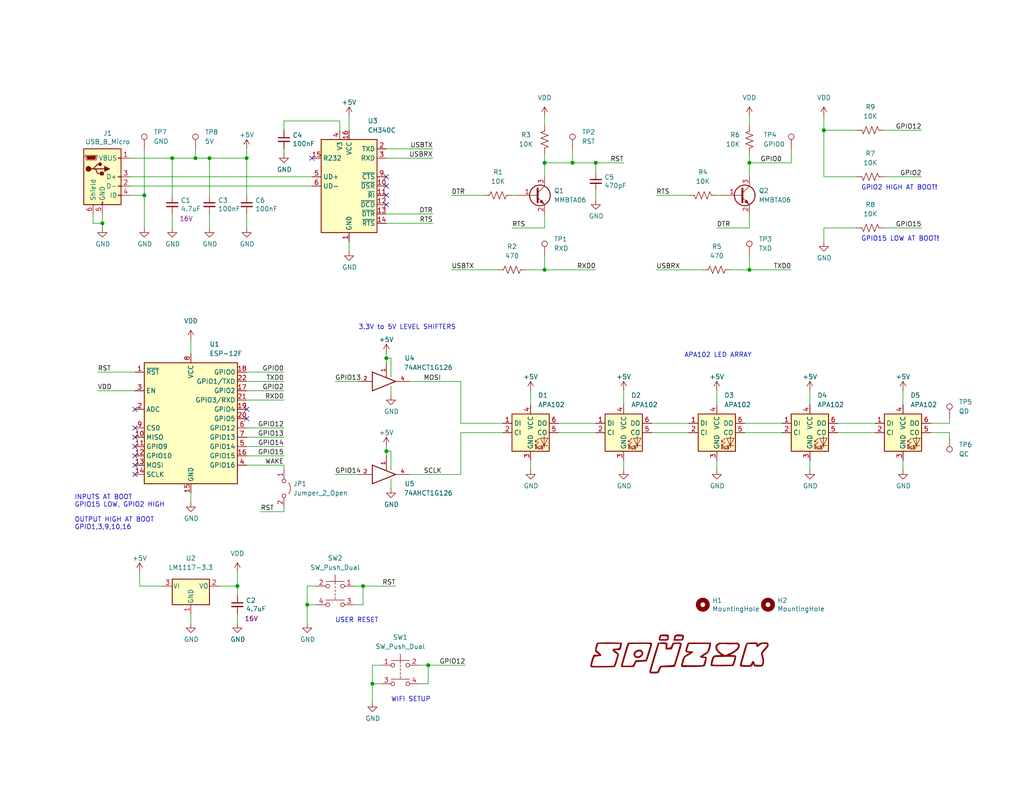
<source format=kicad_sch>
(kicad_sch (version 20211123) (generator eeschema)
  (paper "USLetter")
  (title_block (title "WiFi Lava Lamp APA102") (date "2022-12-16") (rev "1") (company "tomcircuit@gmail.com"))
  (lib_symbols
    (symbol "74xGxx:74AHCT1G126" (pin_names (offset 1.016))
      (property "Reference" "U" (at -2.54 3.81 0))
      (property "Value" "74AHCT1G126" (at 0 -3.81 0))
      (symbol "74AHCT1G126_1_1"
        (pin input line (at 0 5.08 270) (length 3.937) (name "~") (number "1"))
        (pin input line (at -7.62 0 0) (length 3.81) (name "~") (number "2"))
        (pin power_in line (at 1.27 -1.27 270) (length 0) hide (name "GND") (number "3"))
        (pin tri_state line (at 6.35 0 180) (length 3.81) (name "~") (number "4"))
        (pin power_in line (at 1.27 1.27 90) (length 0) hide (name "VCC") (number "5"))
      )
    )
    (symbol "Connector:TestPoint" (pin_numbers hide) (pin_names (offset 0.762) hide)
      (property "Reference" "TP" (at 0 6.858 0))
      (property "Value" "TestPoint" (at 0 5.08 0))
      (symbol "TestPoint_1_1"
        (pin passive line (at 0 0 90) (length 2.54) (name "1") (number "1"))
      )
    )
    (symbol "Connector:USB_B_Micro" (pin_names (offset 1.016))
      (property "Reference" "J" (at -5.08 11.43 0))
      (property "Value" "USB_B_Micro" (at -5.08 8.89 0))
      (symbol "USB_B_Micro_1_1"
        (pin power_out line (at 7.62 5.08 180) (length 2.54) (name "VBUS") (number "1"))
        (pin bidirectional line (at 7.62 -2.54 180) (length 2.54) (name "D-") (number "2"))
        (pin bidirectional line (at 7.62 0 180) (length 2.54) (name "D+") (number "3"))
        (pin passive line (at 7.62 -5.08 180) (length 2.54) (name "ID") (number "4"))
        (pin power_out line (at 0 -10.16 90) (length 2.54) (name "GND") (number "5"))
        (pin passive line (at -2.54 -10.16 90) (length 2.54) (name "Shield") (number "6"))
      )
    )
    (symbol "Device:C_Small" (pin_numbers hide) (pin_names (offset 0.254) hide)
      (property "Reference" "C" (at 0.254 1.778 0))
      (property "Value" "C_Small" (at 0.254 -2.032 0))
      (symbol "C_Small_1_1"
        (pin passive line (at 0 2.54 270) (length 2.032) (name "~") (number "1"))
        (pin passive line (at 0 -2.54 90) (length 2.032) (name "~") (number "2"))
      )
    )
    (symbol "Device:Q_NPN_BEC" (pin_names (offset 0) hide)
      (property "Reference" "Q" (at 5.08 1.27 0))
      (property "Value" "Q_NPN_BEC" (at 5.08 -1.27 0))
      (symbol "Q_NPN_BEC_1_1"
        (pin input line (at -5.08 0 0) (length 5.715) (name "B") (number "1"))
        (pin passive line (at 2.54 -5.08 90) (length 2.54) (name "E") (number "2"))
        (pin passive line (at 2.54 5.08 270) (length 2.54) (name "C") (number "3"))
      )
    )
    (symbol "Device:R_US" (pin_numbers hide) (pin_names (offset 0))
      (property "Reference" "R" (at 2.54 0 90))
      (property "Value" "R_US" (at -2.54 0 90))
      (symbol "R_US_1_1"
        (pin passive line (at 0 3.81 270) (length 1.27) (name "~") (number "1"))
        (pin passive line (at 0 -3.81 90) (length 1.27) (name "~") (number "2"))
      )
    )
    (symbol "Interface_USB:CH340C"
      (property "Reference" "U" (at -5.08 13.97 0))
      (property "Value" "CH340C" (at 1.27 13.97 0))
      (symbol "CH340C_1_1"
        (pin power_in line (at 0 -15.24 90) (length 2.54) (name "GND") (number "1"))
        (pin input line (at 10.16 0 180) (length 2.54) (name "~{DSR}") (number "10"))
        (pin input line (at 10.16 -2.54 180) (length 2.54) (name "~{RI}") (number "11"))
        (pin input line (at 10.16 -5.08 180) (length 2.54) (name "~{DCD}") (number "12"))
        (pin output line (at 10.16 -7.62 180) (length 2.54) (name "~{DTR}") (number "13"))
        (pin output line (at 10.16 -10.16 180) (length 2.54) (name "~{RTS}") (number "14"))
        (pin input line (at -10.16 7.62 0) (length 2.54) (name "R232") (number "15"))
        (pin power_in line (at 0 15.24 270) (length 2.54) (name "VCC") (number "16"))
        (pin output line (at 10.16 10.16 180) (length 2.54) (name "TXD") (number "2"))
        (pin input line (at 10.16 7.62 180) (length 2.54) (name "RXD") (number "3"))
        (pin passive line (at -2.54 15.24 270) (length 2.54) (name "V3") (number "4"))
        (pin bidirectional line (at -10.16 2.54 0) (length 2.54) (name "UD+") (number "5"))
        (pin bidirectional line (at -10.16 0 0) (length 2.54) (name "UD-") (number "6"))
        (pin no_connect line (at -7.62 -7.62 0) (length 2.54) hide (name "NC") (number "7"))
        (pin no_connect line (at -7.62 -10.16 0) (length 2.54) hide (name "NC") (number "8"))
        (pin input line (at 10.16 2.54 180) (length 2.54) (name "~{CTS}") (number "9"))
      )
    )
    (symbol "Jumper:Jumper_2_Open" (pin_names (offset 0) hide)
      (property "Reference" "JP" (at 0 2.794 0))
      (property "Value" "Jumper_2_Open" (at 0 -2.286 0))
      (symbol "Jumper_2_Open_1_1"
        (pin passive line (at -5.08 0 0) (length 2.54) (name "A") (number "1"))
        (pin passive line (at 5.08 0 180) (length 2.54) (name "B") (number "2"))
      )
    )
    (symbol "LED:APA102"
      (property "Reference" "D" (at 5.08 5.715 0))
      (property "Value" "APA102" (at 1.27 -5.715 0))
      (symbol "APA102_0_0"
        (text "RGB" (at 2.286 -4.191 0) (effects (font (size 0.762 0.762))))
      )
      (symbol "APA102_1_1"
        (pin input line (at -7.62 2.54 0) (length 2.54) (name "DI") (number "1"))
        (pin input line (at -7.62 0 0) (length 2.54) (name "CI") (number "2"))
        (pin power_in line (at 0 -7.62 90) (length 2.54) (name "GND") (number "3"))
        (pin power_in line (at 0 7.62 270) (length 2.54) (name "VCC") (number "4"))
        (pin output line (at 7.62 0 180) (length 2.54) (name "CO") (number "5"))
        (pin output line (at 7.62 2.54 180) (length 2.54) (name "DO") (number "6"))
      )
    )
    (symbol "Mechanical:MountingHole" (pin_names (offset 1.016))
      (property "Reference" "H" (at 0 5.08 0))
      (property "Value" "MountingHole" (at 0 3.175 0))
    )
    (symbol "RF_Module:ESP-12F"
      (property "Reference" "U" (at -12.7 19.05 0))
      (property "Value" "ESP-12F" (at 12.7 19.05 0))
      (symbol "ESP-12F_1_1"
        (pin input line (at -15.24 15.24 0) (length 2.54) (name "~{RST}") (number "1"))
        (pin bidirectional line (at -15.24 -2.54 0) (length 2.54) (name "MISO") (number "10"))
        (pin bidirectional line (at -15.24 -5.08 0) (length 2.54) (name "GPIO9") (number "11"))
        (pin bidirectional line (at -15.24 -7.62 0) (length 2.54) (name "GPIO10") (number "12"))
        (pin bidirectional line (at -15.24 -10.16 0) (length 2.54) (name "MOSI") (number "13"))
        (pin bidirectional line (at -15.24 -12.7 0) (length 2.54) (name "SCLK") (number "14"))
        (pin power_in line (at 0 -17.78 90) (length 2.54) (name "GND") (number "15"))
        (pin bidirectional line (at 15.24 -7.62 180) (length 2.54) (name "GPIO15") (number "16"))
        (pin bidirectional line (at 15.24 10.16 180) (length 2.54) (name "GPIO2") (number "17"))
        (pin bidirectional line (at 15.24 15.24 180) (length 2.54) (name "GPIO0") (number "18"))
        (pin bidirectional line (at 15.24 5.08 180) (length 2.54) (name "GPIO4") (number "19"))
        (pin input line (at -15.24 5.08 0) (length 2.54) (name "ADC") (number "2"))
        (pin bidirectional line (at 15.24 2.54 180) (length 2.54) (name "GPIO5") (number "20"))
        (pin bidirectional line (at 15.24 7.62 180) (length 2.54) (name "GPIO3/RXD") (number "21"))
        (pin bidirectional line (at 15.24 12.7 180) (length 2.54) (name "GPIO1/TXD") (number "22"))
        (pin input line (at -15.24 10.16 0) (length 2.54) (name "EN") (number "3"))
        (pin bidirectional line (at 15.24 -10.16 180) (length 2.54) (name "GPIO16") (number "4"))
        (pin bidirectional line (at 15.24 -5.08 180) (length 2.54) (name "GPIO14") (number "5"))
        (pin bidirectional line (at 15.24 0 180) (length 2.54) (name "GPIO12") (number "6"))
        (pin bidirectional line (at 15.24 -2.54 180) (length 2.54) (name "GPIO13") (number "7"))
        (pin power_in line (at 0 20.32 270) (length 2.54) (name "VCC") (number "8"))
        (pin input line (at -15.24 0 0) (length 2.54) (name "CS0") (number "9"))
      )
    )
    (symbol "Regulator_Linear:LM1117-3.3" (pin_names (offset 0.254))
      (property "Reference" "U" (at -3.81 3.175 0))
      (property "Value" "LM1117-3.3" (at 0 3.175 0))
      (symbol "LM1117-3.3_1_1"
        (pin power_in line (at 0 -7.62 90) (length 2.54) (name "GND") (number "1"))
        (pin power_out line (at 7.62 0 180) (length 2.54) (name "VO") (number "2"))
        (pin power_in line (at -7.62 0 0) (length 2.54) (name "VI") (number "3"))
      )
    )
    (symbol "Switch:SW_Push_Dual" (pin_names (offset 1.016) hide)
      (property "Reference" "SW" (at 1.27 2.54 0))
      (property "Value" "SW_Push_Dual" (at 0 -6.858 0))
      (symbol "SW_Push_Dual_0_1"
        (pin passive line (at -5.08 0 0) (length 2.54) (name "1") (number "1"))
        (pin passive line (at 5.08 0 180) (length 2.54) (name "2") (number "2"))
        (pin passive line (at -5.08 -5.08 0) (length 2.54) (name "3") (number "3"))
        (pin passive line (at 5.08 -5.08 180) (length 2.54) (name "4") (number "4"))
      )
    )
    (symbol "power:+5V" (power) (pin_names (offset 0))
      (property "Value" "+5V" (at 0 3.556 0))
      (symbol "+5V_1_1"
        (pin power_in line (at 0 0 90) (length 0) hide (name "+5V") (number "1"))
      )
    )
    (symbol "power:GND" (power) (pin_names (offset 0))
      (property "Value" "GND" (at 0 -3.81 0))
      (symbol "GND_1_1"
        (pin power_in line (at 0 0 270) (length 0) hide (name "GND") (number "1"))
      )
    )
    (symbol "power:VDD" (power) (pin_names (offset 0))
      (property "Value" "VDD" (at 0 3.81 0))
      (symbol "VDD_1_1"
        (pin power_in line (at 0 0 90) (length 0) hide (name "VDD") (number "1"))
      )
    )
    (symbol "spuzik_logo:LOGO" (pin_names (offset 1.016)))
  )
  (junction (at 64.77 160.02))
  (junction (at 148.59 73.66))
  (junction (at 148.59 44.45))
  (junction (at 204.47 44.45))
  (junction (at 27.94 60.96))
  (junction (at 105.41 123.19))
  (junction (at 224.79 35.56))
  (junction (at 116.84 181.61))
  (junction (at 99.06 160.02))
  (junction (at 39.37 53.34))
  (junction (at 204.47 73.66))
  (junction (at 83.82 165.1))
  (junction (at 156.21 44.45))
  (junction (at 53.34 43.18))
  (junction (at 67.31 43.18))
  (junction (at 57.15 43.18))
  (junction (at 162.56 44.45))
  (junction (at 46.99 43.18))
  (junction (at 101.6 186.69))
  (junction (at 105.41 97.79))
  (no_connect (at 36.83 111.76))
  (no_connect (at 67.31 111.76))
  (no_connect (at 105.41 55.88))
  (no_connect (at 105.41 48.26))
  (no_connect (at 105.41 50.8))
  (no_connect (at 105.41 53.34))
  (no_connect (at 67.31 114.3))
  (no_connect (at 85.09 43.18))
  (no_connect (at 36.83 116.84))
  (no_connect (at 36.83 119.38))
  (no_connect (at 36.83 127))
  (no_connect (at 36.83 129.54))
  (no_connect (at 36.83 121.92))
  (no_connect (at 36.83 124.46))
  (wire (pts (xy 204.47 41.91) (xy 204.47 44.45)))
  (wire (pts (xy 25.4 58.42) (xy 25.4 60.96)))
  (wire (pts (xy 26.67 106.68) (xy 36.83 106.68)))
  (wire (pts (xy 203.2 118.11) (xy 213.36 118.11)))
  (wire (pts (xy 57.15 43.18) (xy 57.15 53.34)))
  (wire (pts (xy 105.41 40.64) (xy 118.11 40.64)))
  (wire (pts (xy 105.41 97.79) (xy 105.41 99.06)))
  (wire (pts (xy 220.98 106.68) (xy 220.98 110.49)))
  (wire (pts (xy 195.58 53.34) (xy 196.85 53.34)))
  (wire (pts (xy 35.56 53.34) (xy 39.37 53.34)))
  (wire (pts (xy 96.52 160.02) (xy 99.06 160.02)))
  (wire (pts (xy 228.6 115.57) (xy 238.76 115.57)))
  (wire (pts (xy 148.59 44.45) (xy 156.21 44.45)))
  (wire (pts (xy 204.47 44.45) (xy 215.9 44.45)))
  (wire (pts (xy 95.25 31.75) (xy 95.25 35.56)))
  (wire (pts (xy 148.59 69.85) (xy 148.59 73.66)))
  (wire (pts (xy 67.31 43.18) (xy 57.15 43.18)))
  (wire (pts (xy 95.25 66.04) (xy 95.25 68.58)))
  (wire (pts (xy 39.37 62.23) (xy 39.37 53.34)))
  (wire (pts (xy 224.79 62.23) (xy 233.68 62.23)))
  (wire (pts (xy 35.56 48.26) (xy 85.09 48.26)))
  (wire (pts (xy 224.79 48.26) (xy 233.68 48.26)))
  (wire (pts (xy 67.31 116.84) (xy 77.47 116.84)))
  (wire (pts (xy 64.77 160.02) (xy 64.77 162.56)))
  (wire (pts (xy 246.38 106.68) (xy 246.38 110.49)))
  (wire (pts (xy 57.15 58.42) (xy 57.15 62.23)))
  (wire (pts (xy 111.76 129.54) (xy 125.73 129.54)))
  (wire (pts (xy 52.07 167.64) (xy 52.07 170.18)))
  (wire (pts (xy 46.99 58.42) (xy 46.99 62.23)))
  (wire (pts (xy 204.47 73.66) (xy 215.9 73.66)))
  (wire (pts (xy 170.18 106.68) (xy 170.18 110.49)))
  (wire (pts (xy 77.47 40.64) (xy 77.47 41.91)))
  (wire (pts (xy 179.07 53.34) (xy 187.96 53.34)))
  (wire (pts (xy 91.44 104.14) (xy 97.79 104.14)))
  (wire (pts (xy 224.79 31.75) (xy 224.79 35.56)))
  (wire (pts (xy 246.38 125.73) (xy 246.38 128.27)))
  (wire (pts (xy 27.94 60.96) (xy 27.94 58.42)))
  (wire (pts (xy 156.21 44.45) (xy 162.56 44.45)))
  (wire (pts (xy 77.47 139.7) (xy 77.47 138.43)))
  (wire (pts (xy 224.79 62.23) (xy 224.79 66.04)))
  (wire (pts (xy 59.69 160.02) (xy 64.77 160.02)))
  (wire (pts (xy 25.4 60.96) (xy 27.94 60.96)))
  (wire (pts (xy 52.07 134.62) (xy 52.07 137.16)))
  (wire (pts (xy 67.31 106.68) (xy 77.47 106.68)))
  (wire (pts (xy 114.3 186.69) (xy 116.84 186.69)))
  (wire (pts (xy 111.76 104.14) (xy 125.73 104.14)))
  (wire (pts (xy 254 118.11) (xy 259.08 118.11)))
  (wire (pts (xy 83.82 160.02) (xy 86.36 160.02)))
  (wire (pts (xy 203.2 115.57) (xy 213.36 115.57)))
  (wire (pts (xy 83.82 160.02) (xy 83.82 165.1)))
  (wire (pts (xy 64.77 156.21) (xy 64.77 160.02)))
  (wire (pts (xy 38.1 156.21) (xy 38.1 160.02)))
  (wire (pts (xy 99.06 160.02) (xy 107.95 160.02)))
  (wire (pts (xy 195.58 106.68) (xy 195.58 110.49)))
  (wire (pts (xy 105.41 96.52) (xy 105.41 97.79)))
  (wire (pts (xy 83.82 165.1) (xy 83.82 170.18)))
  (wire (pts (xy 199.39 73.66) (xy 204.47 73.66)))
  (wire (pts (xy 105.41 60.96) (xy 118.11 60.96)))
  (wire (pts (xy 105.41 123.19) (xy 105.41 124.46)))
  (wire (pts (xy 39.37 40.64) (xy 39.37 53.34)))
  (wire (pts (xy 67.31 104.14) (xy 77.47 104.14)))
  (wire (pts (xy 139.7 62.23) (xy 148.59 62.23)))
  (wire (pts (xy 105.41 43.18) (xy 118.11 43.18)))
  (wire (pts (xy 77.47 127) (xy 77.47 128.27)))
  (wire (pts (xy 53.34 40.64) (xy 53.34 43.18)))
  (wire (pts (xy 67.31 127) (xy 77.47 127)))
  (wire (pts (xy 144.78 106.68) (xy 144.78 110.49)))
  (wire (pts (xy 105.41 97.79) (xy 106.68 97.79)))
  (wire (pts (xy 259.08 115.57) (xy 259.08 114.3)))
  (wire (pts (xy 162.56 52.07) (xy 162.56 54.61)))
  (wire (pts (xy 204.47 44.45) (xy 204.47 48.26)))
  (wire (pts (xy 125.73 115.57) (xy 137.16 115.57)))
  (wire (pts (xy 96.52 165.1) (xy 99.06 165.1)))
  (wire (pts (xy 162.56 44.45) (xy 170.18 44.45)))
  (wire (pts (xy 106.68 130.81) (xy 106.68 133.35)))
  (wire (pts (xy 177.8 118.11) (xy 187.96 118.11)))
  (wire (pts (xy 106.68 105.41) (xy 106.68 107.95)))
  (wire (pts (xy 148.59 73.66) (xy 162.56 73.66)))
  (wire (pts (xy 148.59 41.91) (xy 148.59 44.45)))
  (wire (pts (xy 148.59 58.42) (xy 148.59 62.23)))
  (wire (pts (xy 116.84 186.69) (xy 116.84 181.61)))
  (wire (pts (xy 139.7 53.34) (xy 140.97 53.34)))
  (wire (pts (xy 254 115.57) (xy 259.08 115.57)))
  (wire (pts (xy 156.21 40.64) (xy 156.21 44.45)))
  (wire (pts (xy 177.8 115.57) (xy 187.96 115.57)))
  (wire (pts (xy 92.71 33.02) (xy 92.71 35.56)))
  (wire (pts (xy 228.6 118.11) (xy 238.76 118.11)))
  (wire (pts (xy 220.98 125.73) (xy 220.98 128.27)))
  (wire (pts (xy 67.31 40.64) (xy 67.31 43.18)))
  (wire (pts (xy 106.68 123.19) (xy 106.68 128.27)))
  (wire (pts (xy 105.41 121.92) (xy 105.41 123.19)))
  (wire (pts (xy 241.3 62.23) (xy 251.46 62.23)))
  (wire (pts (xy 106.68 97.79) (xy 106.68 102.87)))
  (wire (pts (xy 64.77 167.64) (xy 64.77 170.18)))
  (wire (pts (xy 67.31 101.6) (xy 77.47 101.6)))
  (wire (pts (xy 67.31 43.18) (xy 67.31 53.34)))
  (wire (pts (xy 114.3 181.61) (xy 116.84 181.61)))
  (wire (pts (xy 204.47 58.42) (xy 204.47 62.23)))
  (wire (pts (xy 91.44 129.54) (xy 97.79 129.54)))
  (wire (pts (xy 71.12 139.7) (xy 77.47 139.7)))
  (wire (pts (xy 46.99 43.18) (xy 46.99 53.34)))
  (wire (pts (xy 195.58 125.73) (xy 195.58 128.27)))
  (wire (pts (xy 35.56 43.18) (xy 46.99 43.18)))
  (wire (pts (xy 123.19 73.66) (xy 135.89 73.66)))
  (wire (pts (xy 125.73 118.11) (xy 137.16 118.11)))
  (wire (pts (xy 99.06 165.1) (xy 99.06 160.02)))
  (wire (pts (xy 148.59 44.45) (xy 148.59 48.26)))
  (wire (pts (xy 125.73 115.57) (xy 125.73 104.14)))
  (wire (pts (xy 67.31 109.22) (xy 77.47 109.22)))
  (wire (pts (xy 101.6 181.61) (xy 101.6 186.69)))
  (wire (pts (xy 35.56 50.8) (xy 85.09 50.8)))
  (wire (pts (xy 44.45 160.02) (xy 38.1 160.02)))
  (wire (pts (xy 67.31 119.38) (xy 77.47 119.38)))
  (wire (pts (xy 101.6 181.61) (xy 104.14 181.61)))
  (wire (pts (xy 241.3 48.26) (xy 251.46 48.26)))
  (wire (pts (xy 77.47 33.02) (xy 92.71 33.02)))
  (wire (pts (xy 101.6 186.69) (xy 104.14 186.69)))
  (wire (pts (xy 259.08 118.11) (xy 259.08 119.38)))
  (wire (pts (xy 152.4 115.57) (xy 162.56 115.57)))
  (wire (pts (xy 46.99 43.18) (xy 53.34 43.18)))
  (wire (pts (xy 27.94 60.96) (xy 27.94 62.23)))
  (wire (pts (xy 67.31 58.42) (xy 67.31 62.23)))
  (wire (pts (xy 83.82 165.1) (xy 86.36 165.1)))
  (wire (pts (xy 179.07 73.66) (xy 191.77 73.66)))
  (wire (pts (xy 105.41 58.42) (xy 118.11 58.42)))
  (wire (pts (xy 162.56 44.45) (xy 162.56 46.99)))
  (wire (pts (xy 241.3 35.56) (xy 251.46 35.56)))
  (wire (pts (xy 77.47 33.02) (xy 77.47 35.56)))
  (wire (pts (xy 105.41 123.19) (xy 106.68 123.19)))
  (wire (pts (xy 67.31 121.92) (xy 77.47 121.92)))
  (wire (pts (xy 67.31 124.46) (xy 77.47 124.46)))
  (wire (pts (xy 204.47 69.85) (xy 204.47 73.66)))
  (wire (pts (xy 123.19 53.34) (xy 132.08 53.34)))
  (wire (pts (xy 170.18 125.73) (xy 170.18 128.27)))
  (wire (pts (xy 101.6 186.69) (xy 101.6 191.77)))
  (wire (pts (xy 26.67 101.6) (xy 36.83 101.6)))
  (wire (pts (xy 53.34 43.18) (xy 57.15 43.18)))
  (wire (pts (xy 195.58 62.23) (xy 204.47 62.23)))
  (wire (pts (xy 152.4 118.11) (xy 162.56 118.11)))
  (wire (pts (xy 224.79 35.56) (xy 233.68 35.56)))
  (wire (pts (xy 52.07 92.71) (xy 52.07 96.52)))
  (wire (pts (xy 144.78 125.73) (xy 144.78 128.27)))
  (wire (pts (xy 204.47 31.75) (xy 204.47 34.29)))
  (wire (pts (xy 125.73 118.11) (xy 125.73 129.54)))
  (wire (pts (xy 215.9 40.64) (xy 215.9 44.45)))
  (wire (pts (xy 224.79 35.56) (xy 224.79 48.26)))
  (wire (pts (xy 148.59 31.75) (xy 148.59 34.29)))
  (wire (pts (xy 143.51 73.66) (xy 148.59 73.66)))
  (wire (pts (xy 116.84 181.61) (xy 127 181.61)))
  (text "INPUTS AT BOOT\nGPIO15 LOW, GPIO2 HIGH\n\nOUTPUT HIGH AT BOOT\nGPIO1,3,9,10,16\n" (at 20.32 144.78 0) (effects (font (size 1.27 1.27)) (justify left bottom)))
  (text "USER RESET" (at 91.44 170.18 0) (effects (font (size 1.27 1.27)) (justify left bottom)))
  (text "GPIO2 HIGH AT BOOT!" (at 234.95 52.07 0) (effects (font (size 1.27 1.27)) (justify left bottom)))
  (text "3.3V to 5V LEVEL SHIFTERS" (at 97.79 90.17 0) (effects (font (size 1.27 1.27)) (justify left bottom)))
  (text "GPIO15 LOW AT BOOT!" (at 234.95 66.04 0) (effects (font (size 1.27 1.27)) (justify left bottom)))
  (text "WIFI SETUP" (at 106.68 191.77 0) (effects (font (size 1.27 1.27)) (justify left bottom)))
  (text "APA102 LED ARRAY" (at 186.69 97.79 0) (effects (font (size 1.27 1.27)) (justify left bottom)))
  (label "RTS" (at 118.11 60.96 180))
  (label "GPIO13" (at 77.47 119.38 180))
  (label "VDD" (at 26.67 106.68 0))
  (label "DTR" (at 118.11 58.42 180))
  (label "RST" (at 26.67 101.6 0))
  (label "GPIO14" (at 77.47 121.92 180))
  (label "RXD0" (at 162.56 73.66 180))
  (label "MOSI" (at 115.57 104.14 0))
  (label "RST" (at 170.18 44.45 180))
  (label "DTR" (at 123.19 53.34 0))
  (label "GPIO12" (at 127 181.61 180))
  (label "GPIO13" (at 91.44 104.14 0))
  (label "WAKE" (at 77.47 127 180))
  (label "RST" (at 107.95 160.02 180))
  (label "TXD0" (at 77.47 104.14 180))
  (label "TXD0" (at 215.9 73.66 180))
  (label "GPIO15" (at 77.47 124.46 180))
  (label "USBRX" (at 118.11 43.18 180))
  (label "RST" (at 71.12 139.7 0))
  (label "RTS" (at 139.7 62.23 0))
  (label "GPIO2" (at 77.47 106.68 180))
  (label "GPIO0" (at 213.36 44.45 180))
  (label "GPIO14" (at 91.44 129.54 0))
  (label "GPIO12" (at 251.46 35.56 180))
  (label "RTS" (at 179.07 53.34 0))
  (label "RXD0" (at 77.47 109.22 180))
  (label "USBTX" (at 123.19 73.66 0))
  (label "GPIO15" (at 251.46 62.23 180))
  (label "GPIO12" (at 77.47 116.84 180))
  (label "GPIO0" (at 77.47 101.6 180))
  (label "GPIO2" (at 251.46 48.26 180))
  (label "SCLK" (at 115.57 129.54 0))
  (label "USBRX" (at 179.07 73.66 0))
  (label "DTR" (at 195.58 62.23 0))
  (label "USBTX" (at 118.11 40.64 180))
  (symbol (lib_id "Connector:USB_B_Micro") (at 27.94 48.26 0) (unit 1)
    (property "Reference" "J1" (at 29.3878 36.3982 0))
    (property "Value" "USB_B_Micro" (at 29.3878 38.7096 0))
    (property "Footprint" "Connector_USB:USB_Micro-B_Molex-105017-0001" (effects hide))
    (property "MPN" "Molex 105017001" (effects hide))
    (property "DigiKey" "WM10134CT-ND" (effects hide))
  )
  (symbol (lib_id "power:GND") (at 46.99 62.23 0) (unit 1)
    (property "Reference" "#PWR02" (effects hide))
    (property "Value" "GND" (at 47.117 66.6242 0))
  )
  (symbol (lib_id "Device:C_Small") (at 46.99 55.88 0) (unit 1)
    (property "Reference" "C1" (at 49.3268 54.7116 0) (effects (justify left)))
    (property "Value" "4.7uF" (at 49.3268 57.023 0) (effects (justify left)))
    (property "Footprint" "Capacitor_SMD:C_0805_2012Metric_Pad1.18x1.45mm_HandSolder" (effects hide))
    (property "WVDC" "16V" (at 50.8 59.69 0))
    (property "MPN" "MuRata GRM21BR71C475KE51L" (effects hide))
    (property "DigiKey" "490-14466-1-ND" (effects hide))
  )
  (symbol (lib_id "power:GND") (at 27.94 62.23 0) (unit 1)
    (property "Reference" "#PWR01" (effects hide))
    (property "Value" "GND" (at 28.067 66.6242 0))
  )
  (symbol (lib_id "Mechanical:MountingHole") (at 191.77 165.1 0) (unit 1)
    (property "Reference" "H1" (at 194.31 163.9316 0) (effects (justify left)))
    (property "Value" "MountingHole" (at 194.31 166.243 0) (effects (justify left)))
    (property "Footprint" "MountingHole:MountingHole_3.2mm_M3" (effects hide))
  )
  (symbol (lib_id "Mechanical:MountingHole") (at 209.55 165.1 0) (unit 1)
    (property "Reference" "H2" (at 212.09 163.9316 0) (effects (justify left)))
    (property "Value" "MountingHole" (at 212.09 166.243 0) (effects (justify left)))
    (property "Footprint" "MountingHole:MountingHole_3.2mm_M3" (effects hide))
  )
  (symbol (lib_id "power:+5V") (at 246.38 106.68 0) (unit 1)
    (property "Reference" "#PWR034" (effects hide))
    (property "Value" "+5V" (at 246.38 102.87 0))
  )
  (symbol (lib_id "spuzik_logo:LOGO") (at 185.42 177.8 0) (unit 1)
    (property "Reference" "#G?" (effects hide))
    (property "Value" "LOGO" (effects hide))
  )
  (symbol (lib_id "Device:R_US") (at 135.89 53.34 90) (unit 1)
    (property "Reference" "R1" (at 135.89 46.99 90))
    (property "Value" "10K" (at 135.89 49.53 90))
    (property "Footprint" "Resistor_SMD:R_0805_2012Metric_Pad1.20x1.40mm_HandSolder" (effects hide))
  )
  (symbol (lib_id "power:GND") (at 220.98 128.27 0) (unit 1)
    (property "Reference" "#PWR031" (effects hide))
    (property "Value" "GND" (at 221.107 132.6642 0))
  )
  (symbol (lib_id "power:+5V") (at 95.25 31.75 0) (unit 1)
    (property "Reference" "#PWR014" (effects hide))
    (property "Value" "+5V" (at 95.25 27.94 0))
  )
  (symbol (lib_id "Device:R_US") (at 237.49 62.23 90) (mirror x) (unit 1)
    (property "Reference" "R8" (at 237.49 55.88 90))
    (property "Value" "10K" (at 237.49 58.42 90))
    (property "Footprint" "Resistor_SMD:R_0805_2012Metric_Pad1.20x1.40mm_HandSolder" (effects hide))
  )
  (symbol (lib_id "power:GND") (at 67.31 62.23 0) (unit 1)
    (property "Reference" "#PWR036" (effects hide))
    (property "Value" "GND" (at 67.437 66.6242 0))
  )
  (symbol (lib_id "Device:C_Small") (at 57.15 55.88 0) (unit 1)
    (property "Reference" "C3" (at 59.4868 54.7116 0) (effects (justify left)))
    (property "Value" "100nF" (at 59.4868 57.023 0) (effects (justify left)))
    (property "Footprint" "Capacitor_SMD:C_0805_2012Metric_Pad1.18x1.45mm_HandSolder" (effects hide))
    (property "MPN" "MuRata GRM21BR71C475KE51L" (effects hide))
    (property "DigiKey" "490-14466-1-ND" (effects hide))
  )
  (symbol (lib_id "power:+5V") (at 170.18 106.68 0) (unit 1)
    (property "Reference" "#PWR025" (effects hide))
    (property "Value" "+5V" (at 170.18 102.87 0))
  )
  (symbol (lib_id "power:GND") (at 52.07 170.18 0) (unit 1)
    (property "Reference" "#PWR07" (effects hide))
    (property "Value" "GND" (at 52.197 174.5742 0))
  )
  (symbol (lib_id "LED:APA102") (at 220.98 118.11 0) (unit 1)
    (property "Reference" "D4" (at 222.9994 107.95 0) (effects (justify left)))
    (property "Value" "APA102" (at 222.9994 110.49 0) (effects (justify left)))
    (property "Footprint" "LED_SMD:LED_RGB_5050-6" (effects hide))
    (property "Datasheet" "http://www.led-color.com/upload/201506/APA102%20LED.pdf" (effects hide))
  )
  (symbol (lib_id "power:GND") (at 195.58 128.27 0) (unit 1)
    (property "Reference" "#PWR028" (effects hide))
    (property "Value" "GND" (at 195.707 132.6642 0))
  )
  (symbol (lib_id "power:GND") (at 95.25 68.58 0) (unit 1)
    (property "Reference" "#PWR015" (effects hide))
    (property "Value" "GND" (at 95.377 72.9742 0))
  )
  (symbol (lib_id "Connector:TestPoint") (at 53.34 40.64 0) (unit 1)
    (property "Reference" "TP8" (at 55.88 36.0679 0) (effects (justify left)))
    (property "Value" "5V" (at 55.88 38.6079 0) (effects (justify left)))
    (property "Footprint" "TestPoint:TestPoint_Pad_D2.0mm" (effects hide))
  )
  (symbol (lib_id "power:GND") (at 144.78 128.27 0) (unit 1)
    (property "Reference" "#PWR022" (effects hide))
    (property "Value" "GND" (at 144.907 132.6642 0))
  )
  (symbol (lib_id "Switch:SW_Push_Dual") (at 109.22 181.61 0) (unit 1)
    (property "Reference" "SW1" (at 109.22 173.99 0))
    (property "Value" "SW_Push_Dual" (at 109.22 176.53 0))
    (property "Footprint" "Button_Switch_THT:SW_TH_Tactile_Omron_B3F-10xx" (effects hide))
  )
  (symbol (lib_id "Device:R_US") (at 204.47 38.1 0) (mirror x) (unit 1)
    (property "Reference" "R6" (at 201.93 36.8299 0) (effects (justify right)))
    (property "Value" "10K" (at 201.93 39.3699 0) (effects (justify right)))
    (property "Footprint" "Resistor_SMD:R_0805_2012Metric_Pad1.20x1.40mm_HandSolder" (effects hide))
  )
  (symbol (lib_id "Device:C_Small") (at 67.31 55.88 0) (unit 1)
    (property "Reference" "C6" (at 69.6468 54.7116 0) (effects (justify left)))
    (property "Value" "100nF" (at 69.6468 57.023 0) (effects (justify left)))
    (property "Footprint" "Capacitor_SMD:C_0805_2012Metric_Pad1.18x1.45mm_HandSolder" (effects hide))
    (property "MPN" "MuRata GRM21BR71C475KE51L" (effects hide))
    (property "DigiKey" "490-14466-1-ND" (effects hide))
  )
  (symbol (lib_id "LED:APA102") (at 170.18 118.11 0) (unit 1)
    (property "Reference" "D2" (at 172.1994 107.95 0) (effects (justify left)))
    (property "Value" "APA102" (at 172.1994 110.49 0) (effects (justify left)))
    (property "Footprint" "LED_SMD:LED_RGB_5050-6" (effects hide))
    (property "Datasheet" "http://www.led-color.com/upload/201506/APA102%20LED.pdf" (effects hide))
  )
  (symbol (lib_id "power:VDD") (at 52.07 92.71 0) (unit 1)
    (property "Reference" "#PWR05" (effects hide))
    (property "Value" "VDD" (at 52.07 87.63 0))
  )
  (symbol (lib_id "Connector:TestPoint") (at 156.21 40.64 0) (unit 1)
    (property "Reference" "TP2" (at 158.75 36.0679 0) (effects (justify left)))
    (property "Value" "RST" (at 158.75 38.6079 0) (effects (justify left)))
    (property "Footprint" "TestPoint:TestPoint_Pad_D2.0mm" (effects hide))
  )
  (symbol (lib_id "power:GND") (at 101.6 191.77 0) (unit 1)
    (property "Reference" "#PWR016" (effects hide))
    (property "Value" "GND" (at 101.727 196.1642 0))
  )
  (symbol (lib_id "Connector:TestPoint") (at 204.47 69.85 0) (unit 1)
    (property "Reference" "TP3" (at 207.01 65.2779 0) (effects (justify left)))
    (property "Value" "TXD" (at 207.01 67.8179 0) (effects (justify left)))
    (property "Footprint" "TestPoint:TestPoint_Pad_D2.0mm" (effects hide))
  )
  (symbol (lib_id "Device:C_Small") (at 64.77 165.1 0) (unit 1)
    (property "Reference" "C2" (at 67.1068 163.9316 0) (effects (justify left)))
    (property "Value" "4.7uF" (at 67.1068 166.243 0) (effects (justify left)))
    (property "Footprint" "Capacitor_SMD:C_0805_2012Metric_Pad1.18x1.45mm_HandSolder" (effects hide))
    (property "WVDC" "16V" (at 68.58 168.91 0))
    (property "MPN" "MuRata GRM21BR71C475KE51L" (effects hide))
    (property "DigiKey" "490-14466-1-ND" (effects hide))
  )
  (symbol (lib_id "power:+5V") (at 38.1 156.21 0) (unit 1)
    (property "Reference" "#PWR03" (effects hide))
    (property "Value" "+5V" (at 38.1 152.4 0))
  )
  (symbol (lib_id "LED:APA102") (at 144.78 118.11 0) (unit 1)
    (property "Reference" "D1" (at 146.7994 107.95 0) (effects (justify left)))
    (property "Value" "APA102" (at 146.7994 110.49 0) (effects (justify left)))
    (property "Footprint" "LED_SMD:LED_RGB_5050-6" (effects hide))
    (property "Datasheet" "http://www.led-color.com/upload/201506/APA102%20LED.pdf" (effects hide))
  )
  (symbol (lib_id "power:VDD") (at 224.79 31.75 0) (unit 1)
    (property "Reference" "#PWR032" (effects hide))
    (property "Value" "VDD" (at 224.79 26.67 0))
  )
  (symbol (lib_id "power:VDD") (at 148.59 31.75 0) (unit 1)
    (property "Reference" "#PWR023" (effects hide))
    (property "Value" "VDD" (at 148.59 26.67 0))
  )
  (symbol (lib_id "power:GND") (at 77.47 41.91 0) (unit 1)
    (property "Reference" "#PWR012" (effects hide))
    (property "Value" "GND" (at 77.597 46.3042 0))
  )
  (symbol (lib_id "RF_Module:ESP-12F") (at 52.07 116.84 0) (unit 1)
    (property "Reference" "U1" (at 57.15 93.98 0) (effects (justify left)))
    (property "Value" "ESP-12F" (at 57.15 96.52 0) (effects (justify left)))
    (property "Footprint" "RF_Module:ESP-12E" (effects hide))
    (property "Datasheet" "http://wiki.ai-thinker.com/_media/esp8266/esp8266_series_modules_user_manual_v1.1.pdf" (effects hide))
  )
  (symbol (lib_id "Device:Q_NPN_BEC") (at 146.05 53.34 0) (unit 1)
    (property "Reference" "Q1" (at 151.13 52.0699 0) (effects (justify left)))
    (property "Value" "MMBTA06" (at 151.13 54.6099 0) (effects (justify left)))
    (property "Footprint" "Package_TO_SOT_SMD:SOT-23" (effects hide))
  )
  (symbol (lib_id "Device:R_US") (at 195.58 73.66 90) (unit 1)
    (property "Reference" "R5" (at 195.58 67.31 90))
    (property "Value" "470" (at 195.58 69.85 90))
    (property "Footprint" "Resistor_SMD:R_0805_2012Metric_Pad1.20x1.40mm_HandSolder" (effects hide))
  )
  (symbol (lib_id "power:GND") (at 64.77 170.18 0) (unit 1)
    (property "Reference" "#PWR09" (effects hide))
    (property "Value" "GND" (at 64.897 174.5742 0))
  )
  (symbol (lib_id "Device:R_US") (at 237.49 35.56 90) (mirror x) (unit 1)
    (property "Reference" "R9" (at 237.49 29.21 90))
    (property "Value" "10K" (at 237.49 31.75 90))
    (property "Footprint" "Resistor_SMD:R_0805_2012Metric_Pad1.20x1.40mm_HandSolder" (effects hide))
  )
  (symbol (lib_id "power:+5V") (at 105.41 96.52 0) (unit 1)
    (property "Reference" "#PWR017" (effects hide))
    (property "Value" "+5V" (at 105.41 92.71 0))
  )
  (symbol (lib_id "74xGxx:74AHCT1G126") (at 105.41 104.14 0) (unit 1)
    (property "Reference" "U4" (at 111.76 97.79 0))
    (property "Value" "74AHCT1G126" (at 116.84 100.33 0))
    (property "Footprint" "Package_TO_SOT_SMD:SOT-23-5_HandSoldering" (effects hide))
    (property "Datasheet" "http://www.ti.com/lit/sg/scyt129e/scyt129e.pdf" (effects hide))
  )
  (symbol (lib_id "power:GND") (at 106.68 107.95 0) (unit 1)
    (property "Reference" "#PWR019" (effects hide))
    (property "Value" "GND" (at 106.807 112.3442 0))
  )
  (symbol (lib_id "power:GND") (at 170.18 128.27 0) (unit 1)
    (property "Reference" "#PWR026" (effects hide))
    (property "Value" "GND" (at 170.307 132.6642 0))
  )
  (symbol (lib_id "LED:APA102") (at 195.58 118.11 0) (unit 1)
    (property "Reference" "D3" (at 197.5994 107.95 0) (effects (justify left)))
    (property "Value" "APA102" (at 197.5994 110.49 0) (effects (justify left)))
    (property "Footprint" "LED_SMD:LED_RGB_5050-6" (effects hide))
    (property "Datasheet" "http://www.led-color.com/upload/201506/APA102%20LED.pdf" (effects hide))
  )
  (symbol (lib_id "power:GND") (at 52.07 137.16 0) (unit 1)
    (property "Reference" "#PWR06" (effects hide))
    (property "Value" "GND" (at 52.197 141.5542 0))
  )
  (symbol (lib_id "Regulator_Linear:LM1117-3.3") (at 52.07 160.02 0) (unit 1)
    (property "Reference" "U2" (at 52.07 152.4 0))
    (property "Value" "LM1117-3.3" (at 52.07 154.94 0))
    (property "Footprint" "Package_TO_SOT_SMD:SOT-223-3_TabPin2" (effects hide))
    (property "Datasheet" "http://www.ti.com/lit/ds/symlink/lm1117.pdf" (effects hide))
  )
  (symbol (lib_id "74xGxx:74AHCT1G126") (at 105.41 129.54 0) (unit 1)
    (property "Reference" "U5" (at 111.76 132.08 0))
    (property "Value" "74AHCT1G126" (at 116.84 134.62 0))
    (property "Footprint" "Package_TO_SOT_SMD:SOT-23-5_HandSoldering" (effects hide))
    (property "Datasheet" "http://www.ti.com/lit/sg/scyt129e/scyt129e.pdf" (effects hide))
  )
  (symbol (lib_id "power:GND") (at 39.37 62.23 0) (unit 1)
    (property "Reference" "#PWR04" (effects hide))
    (property "Value" "GND" (at 39.497 66.6242 0))
  )
  (symbol (lib_id "Device:R_US") (at 148.59 38.1 0) (mirror x) (unit 1)
    (property "Reference" "R3" (at 143.51 36.83 0))
    (property "Value" "10K" (at 143.51 39.37 0))
    (property "Footprint" "Resistor_SMD:R_0805_2012Metric_Pad1.20x1.40mm_HandSolder" (effects hide))
  )
  (symbol (lib_id "Device:Q_NPN_BEC") (at 201.93 53.34 0) (unit 1)
    (property "Reference" "Q2" (at 207.01 52.0699 0) (effects (justify left)))
    (property "Value" "MMBTA06" (at 207.01 54.6099 0) (effects (justify left)))
    (property "Footprint" "Package_TO_SOT_SMD:SOT-23" (effects hide))
  )
  (symbol (lib_id "Device:C_Small") (at 77.47 38.1 0) (unit 1)
    (property "Reference" "C4" (at 79.8068 36.9316 0) (effects (justify left)))
    (property "Value" "100nF" (at 79.8068 39.243 0) (effects (justify left)))
    (property "Footprint" "Capacitor_SMD:C_0805_2012Metric_Pad1.18x1.45mm_HandSolder" (effects hide))
    (property "MPN" "MuRata GRM21BR71C475KE51L" (effects hide))
    (property "DigiKey" "490-14466-1-ND" (effects hide))
  )
  (symbol (lib_id "power:GND") (at 224.79 66.04 0) (unit 1)
    (property "Reference" "#PWR033" (effects hide))
    (property "Value" "GND" (at 224.917 70.4342 0))
  )
  (symbol (lib_id "Connector:TestPoint") (at 259.08 119.38 180) (unit 1)
    (property "Reference" "TP6" (at 261.62 121.4119 0) (effects (justify right)))
    (property "Value" "QC" (at 261.62 123.9519 0) (effects (justify right)))
    (property "Footprint" "TestPoint:TestPoint_Pad_D2.0mm" (effects hide))
  )
  (symbol (lib_id "power:GND") (at 106.68 133.35 0) (unit 1)
    (property "Reference" "#PWR020" (effects hide))
    (property "Value" "GND" (at 106.807 137.7442 0))
  )
  (symbol (lib_id "power:GND") (at 162.56 54.61 0) (unit 1)
    (property "Reference" "#PWR024" (effects hide))
    (property "Value" "GND" (at 162.687 59.0042 0))
  )
  (symbol (lib_id "power:+5V") (at 67.31 40.64 0) (unit 1)
    (property "Reference" "#PWR010" (effects hide))
    (property "Value" "+5V" (at 67.31 36.83 0))
  )
  (symbol (lib_id "Device:R_US") (at 139.7 73.66 90) (unit 1)
    (property "Reference" "R2" (at 139.7 67.31 90))
    (property "Value" "470" (at 139.7 69.85 90))
    (property "Footprint" "Resistor_SMD:R_0805_2012Metric_Pad1.20x1.40mm_HandSolder" (effects hide))
  )
  (symbol (lib_id "LED:APA102") (at 246.38 118.11 0) (unit 1)
    (property "Reference" "D5" (at 248.3994 107.95 0) (effects (justify left)))
    (property "Value" "APA102" (at 248.3994 110.49 0) (effects (justify left)))
    (property "Footprint" "LED_SMD:LED_RGB_5050-6" (effects hide))
    (property "Datasheet" "http://www.led-color.com/upload/201506/APA102%20LED.pdf" (effects hide))
  )
  (symbol (lib_id "power:VDD") (at 204.47 31.75 0) (unit 1)
    (property "Reference" "#PWR029" (effects hide))
    (property "Value" "VDD" (at 204.47 26.67 0))
  )
  (symbol (lib_id "Jumper:Jumper_2_Open") (at 77.47 133.35 270) (unit 1)
    (property "Reference" "JP1" (at 80.01 132.0799 90) (effects (justify left)))
    (property "Value" "Jumper_2_Open" (at 80.01 134.6199 90) (effects (justify left)))
    (property "Footprint" "Jumper:SolderJumper-2_P1.3mm_Open_TrianglePad1.0x1.5mm" (effects hide))
  )
  (symbol (lib_id "power:+5V") (at 144.78 106.68 0) (unit 1)
    (property "Reference" "#PWR021" (effects hide))
    (property "Value" "+5V" (at 144.78 102.87 0))
  )
  (symbol (lib_id "Connector:TestPoint") (at 215.9 40.64 0) (unit 1)
    (property "Reference" "TP4" (at 208.28 36.83 0) (effects (justify left)))
    (property "Value" "GPIO0" (at 208.28 39.37 0) (effects (justify left)))
    (property "Footprint" "TestPoint:TestPoint_Pad_D2.0mm" (effects hide))
  )
  (symbol (lib_id "Interface_USB:CH340C") (at 95.25 50.8 0) (unit 1)
    (property "Reference" "U3" (at 100.33 33.02 0) (effects (justify left)))
    (property "Value" "CH340C" (at 100.33 35.56 0) (effects (justify left)))
    (property "Footprint" "Package_SO:SOIC-16_3.9x9.9mm_P1.27mm" (effects hide))
    (property "Datasheet" "https://datasheet.lcsc.com/szlcsc/Jiangsu-Qin-Heng-CH340C_C84681.pdf" (effects hide))
  )
  (symbol (lib_id "Device:R_US") (at 237.49 48.26 90) (mirror x) (unit 1)
    (property "Reference" "R7" (at 237.49 41.91 90))
    (property "Value" "10K" (at 237.49 44.45 90))
    (property "Footprint" "Resistor_SMD:R_0805_2012Metric_Pad1.20x1.40mm_HandSolder" (effects hide))
  )
  (symbol (lib_id "power:+5V") (at 105.41 121.92 0) (unit 1)
    (property "Reference" "#PWR018" (effects hide))
    (property "Value" "+5V" (at 105.41 118.11 0))
  )
  (symbol (lib_id "Connector:TestPoint") (at 259.08 114.3 0) (unit 1)
    (property "Reference" "TP5" (at 261.62 109.7279 0) (effects (justify left)))
    (property "Value" "QD" (at 261.62 112.2679 0) (effects (justify left)))
    (property "Footprint" "TestPoint:TestPoint_Pad_D2.0mm" (effects hide))
  )
  (symbol (lib_id "Device:C_Small") (at 162.56 49.53 0) (unit 1)
    (property "Reference" "C5" (at 164.8968 48.3616 0) (effects (justify left)))
    (property "Value" "470pF" (at 164.8968 50.673 0) (effects (justify left)))
    (property "Footprint" "Capacitor_SMD:C_0805_2012Metric_Pad1.18x1.45mm_HandSolder" (effects hide))
    (property "DigiKey" "490-14466-1-ND" (effects hide))
  )
  (symbol (lib_id "Device:R_US") (at 191.77 53.34 90) (mirror x) (unit 1)
    (property "Reference" "R4" (at 191.77 46.99 90))
    (property "Value" "10K" (at 191.77 49.53 90))
    (property "Footprint" "Resistor_SMD:R_0805_2012Metric_Pad1.20x1.40mm_HandSolder" (effects hide))
  )
  (symbol (lib_id "power:+5V") (at 195.58 106.68 0) (unit 1)
    (property "Reference" "#PWR027" (effects hide))
    (property "Value" "+5V" (at 195.58 102.87 0))
  )
  (symbol (lib_id "power:GND") (at 57.15 62.23 0) (unit 1)
    (property "Reference" "#PWR011" (effects hide))
    (property "Value" "GND" (at 57.277 66.6242 0))
  )
  (symbol (lib_id "power:VDD") (at 64.77 156.21 0) (unit 1)
    (property "Reference" "#PWR08" (effects hide))
    (property "Value" "VDD" (at 64.77 151.13 0))
  )
  (symbol (lib_id "power:+5V") (at 220.98 106.68 0) (unit 1)
    (property "Reference" "#PWR030" (effects hide))
    (property "Value" "+5V" (at 220.98 102.87 0))
  )
  (symbol (lib_id "Connector:TestPoint") (at 148.59 69.85 0) (unit 1)
    (property "Reference" "TP1" (at 151.13 65.2779 0) (effects (justify left)))
    (property "Value" "RXD" (at 151.13 67.8179 0) (effects (justify left)))
    (property "Footprint" "TestPoint:TestPoint_Pad_D2.0mm" (effects hide))
  )
  (symbol (lib_id "power:GND") (at 246.38 128.27 0) (unit 1)
    (property "Reference" "#PWR035" (effects hide))
    (property "Value" "GND" (at 246.507 132.6642 0))
  )
  (symbol (lib_id "Connector:TestPoint") (at 39.37 40.64 0) (unit 1)
    (property "Reference" "TP7" (at 41.91 36.0679 0) (effects (justify left)))
    (property "Value" "GND" (at 41.91 38.6079 0) (effects (justify left)))
    (property "Footprint" "TestPoint:TestPoint_Pad_D2.0mm" (effects hide))
  )
  (symbol (lib_id "Switch:SW_Push_Dual") (at 91.44 160.02 0) (mirror y) (unit 1)
    (property "Reference" "SW2" (at 91.44 152.4 0))
    (property "Value" "SW_Push_Dual" (at 91.44 154.94 0))
    (property "Footprint" "Button_Switch_THT:SW_TH_Tactile_Omron_B3F-10xx" (effects hide))
  )
  (symbol (lib_id "power:GND") (at 83.82 170.18 0) (unit 1)
    (property "Reference" "#PWR013" (effects hide))
    (property "Value" "GND" (at 83.947 174.5742 0))
  )
)
</source>
